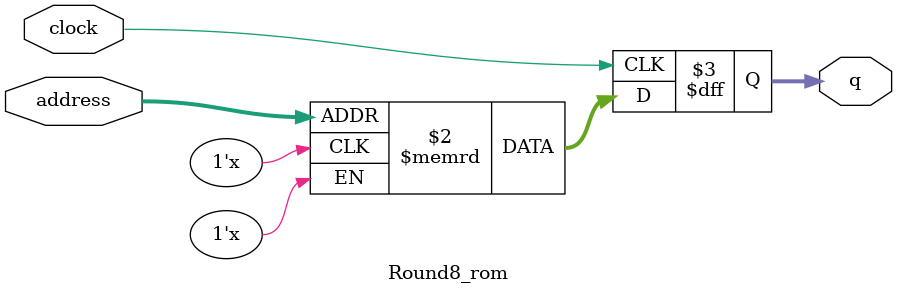
<source format=sv>
module Round8_rom (
	input logic clock,
	input logic [7:0] address,
	output logic [3:0] q
);

logic [3:0] memory [0:255] /* synthesis ram_init_file = "./Round8/Round8.mif" */;

always_ff @ (posedge clock) begin
	q <= memory[address];
end

endmodule

</source>
